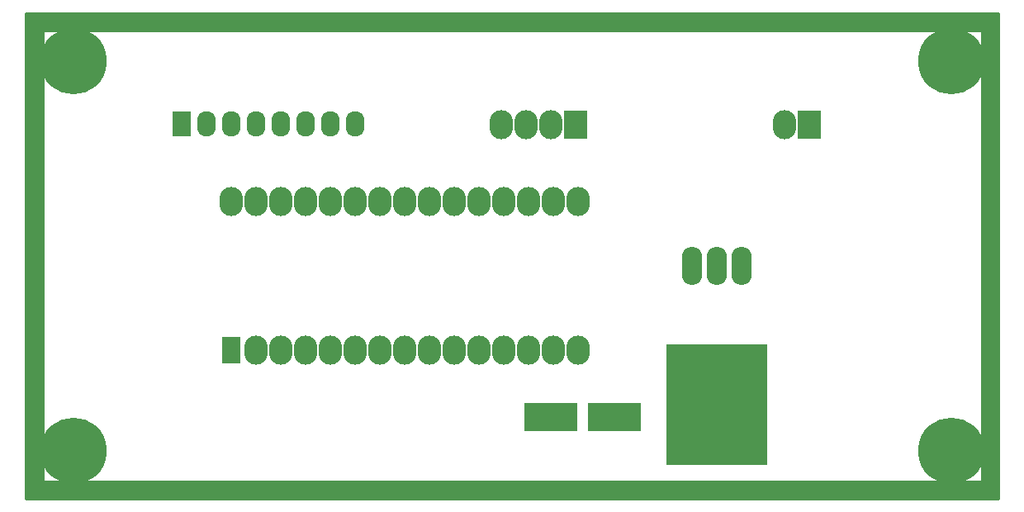
<source format=gts>
G04 #@! TF.FileFunction,Soldermask,Top*
%FSLAX46Y46*%
G04 Gerber Fmt 4.6, Leading zero omitted, Abs format (unit mm)*
G04 Created by KiCad (PCBNEW 4.0.6) date 07/16/17 10:36:20*
%MOMM*%
%LPD*%
G01*
G04 APERTURE LIST*
%ADD10C,0.100000*%
%ADD11O,2.099260X3.900120*%
%ADD12R,10.400000X12.400000*%
%ADD13R,1.974800X2.686000*%
%ADD14O,2.400000X3.000000*%
%ADD15R,5.400000X2.900000*%
%ADD16R,2.400000X3.000000*%
%ADD17C,6.800000*%
%ADD18O,1.924000X2.597100*%
%ADD19R,1.924000X2.597100*%
%ADD20C,0.254000*%
G04 APERTURE END LIST*
D10*
D11*
X162000000Y-95000000D03*
X164540000Y-95000000D03*
X159460000Y-95000000D03*
D12*
X162000000Y-109264000D03*
D13*
X112200000Y-103620000D03*
D14*
X114740000Y-103620000D03*
X117280000Y-103620000D03*
X119820000Y-103620000D03*
X122360000Y-103620000D03*
X124900000Y-103620000D03*
X127440000Y-103620000D03*
X129980000Y-103620000D03*
X132520000Y-103620000D03*
X135060000Y-103620000D03*
X137600000Y-103620000D03*
X140140000Y-103620000D03*
X142680000Y-103620000D03*
X145220000Y-103620000D03*
X147760000Y-103620000D03*
X147760000Y-88380000D03*
X145220000Y-88380000D03*
X142680000Y-88380000D03*
X140140000Y-88380000D03*
X137600000Y-88380000D03*
X135060000Y-88380000D03*
X132520000Y-88380000D03*
X129980000Y-88380000D03*
X127440000Y-88380000D03*
X124900000Y-88380000D03*
X122360000Y-88380000D03*
X119820000Y-88380000D03*
X117280000Y-88380000D03*
X114740000Y-88380000D03*
X112200000Y-88380000D03*
D15*
X151500000Y-110500000D03*
X145000000Y-110500000D03*
D16*
X171500000Y-80500000D03*
D14*
X168960000Y-80500000D03*
D16*
X147500000Y-80500000D03*
D14*
X144960000Y-80500000D03*
X142420000Y-80500000D03*
X139880000Y-80500000D03*
D17*
X96000000Y-114000000D03*
X186000000Y-74000000D03*
X186000000Y-114000000D03*
X96000000Y-74000000D03*
D18*
X122350000Y-80423800D03*
X117270000Y-80423800D03*
X114730000Y-80423800D03*
X112190000Y-80423800D03*
X124890000Y-80423800D03*
X119810000Y-80423800D03*
D19*
X107110000Y-80423800D03*
D18*
X109650000Y-80423800D03*
D20*
G36*
X190873000Y-118873000D02*
X91127000Y-118873000D01*
X91127000Y-71000000D01*
X92873000Y-71000000D01*
X92873000Y-117000000D01*
X92883006Y-117049410D01*
X92911447Y-117091035D01*
X92953841Y-117118315D01*
X93000000Y-117127000D01*
X189000000Y-117127000D01*
X189049410Y-117116994D01*
X189091035Y-117088553D01*
X189118315Y-117046159D01*
X189127000Y-117000000D01*
X189127000Y-71000000D01*
X189116994Y-70950590D01*
X189088553Y-70908965D01*
X189046159Y-70881685D01*
X189000000Y-70873000D01*
X93000000Y-70873000D01*
X92950590Y-70883006D01*
X92908965Y-70911447D01*
X92881685Y-70953841D01*
X92873000Y-71000000D01*
X91127000Y-71000000D01*
X91127000Y-69127000D01*
X190873000Y-69127000D01*
X190873000Y-118873000D01*
X190873000Y-118873000D01*
G37*
X190873000Y-118873000D02*
X91127000Y-118873000D01*
X91127000Y-71000000D01*
X92873000Y-71000000D01*
X92873000Y-117000000D01*
X92883006Y-117049410D01*
X92911447Y-117091035D01*
X92953841Y-117118315D01*
X93000000Y-117127000D01*
X189000000Y-117127000D01*
X189049410Y-117116994D01*
X189091035Y-117088553D01*
X189118315Y-117046159D01*
X189127000Y-117000000D01*
X189127000Y-71000000D01*
X189116994Y-70950590D01*
X189088553Y-70908965D01*
X189046159Y-70881685D01*
X189000000Y-70873000D01*
X93000000Y-70873000D01*
X92950590Y-70883006D01*
X92908965Y-70911447D01*
X92881685Y-70953841D01*
X92873000Y-71000000D01*
X91127000Y-71000000D01*
X91127000Y-69127000D01*
X190873000Y-69127000D01*
X190873000Y-118873000D01*
M02*

</source>
